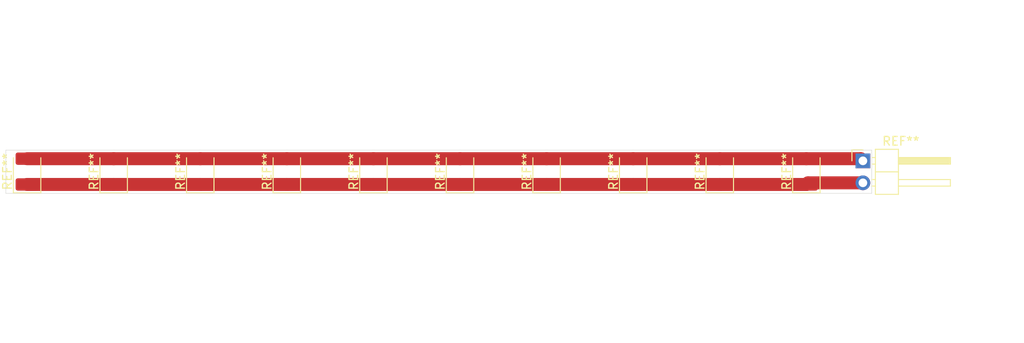
<source format=kicad_pcb>
(kicad_pcb (version 20171130) (host pcbnew 5.1.4)

  (general
    (thickness 1.6)
    (drawings 4)
    (tracks 22)
    (zones 0)
    (modules 11)
    (nets 1)
  )

  (page A4)
  (layers
    (0 F.Cu signal)
    (31 B.Cu signal)
    (32 B.Adhes user)
    (33 F.Adhes user)
    (34 B.Paste user)
    (35 F.Paste user)
    (36 B.SilkS user)
    (37 F.SilkS user)
    (38 B.Mask user)
    (39 F.Mask user)
    (40 Dwgs.User user)
    (41 Cmts.User user)
    (42 Eco1.User user)
    (43 Eco2.User user)
    (44 Edge.Cuts user)
    (45 Margin user)
    (46 B.CrtYd user)
    (47 F.CrtYd user)
    (48 B.Fab user)
    (49 F.Fab user)
  )

  (setup
    (last_trace_width 1.5)
    (trace_clearance 0.2)
    (zone_clearance 0.508)
    (zone_45_only no)
    (trace_min 0.2)
    (via_size 0.8)
    (via_drill 0.4)
    (via_min_size 0.4)
    (via_min_drill 0.3)
    (uvia_size 0.3)
    (uvia_drill 0.1)
    (uvias_allowed no)
    (uvia_min_size 0.2)
    (uvia_min_drill 0.1)
    (edge_width 0.05)
    (segment_width 0.2)
    (pcb_text_width 0.3)
    (pcb_text_size 1.5 1.5)
    (mod_edge_width 0.12)
    (mod_text_size 1 1)
    (mod_text_width 0.15)
    (pad_size 1.524 1.524)
    (pad_drill 0.762)
    (pad_to_mask_clearance 0.051)
    (solder_mask_min_width 0.25)
    (aux_axis_origin 0 0)
    (visible_elements FFFFFF7F)
    (pcbplotparams
      (layerselection 0x010fc_ffffffff)
      (usegerberextensions false)
      (usegerberattributes false)
      (usegerberadvancedattributes false)
      (creategerberjobfile false)
      (excludeedgelayer true)
      (linewidth 0.100000)
      (plotframeref false)
      (viasonmask false)
      (mode 1)
      (useauxorigin false)
      (hpglpennumber 1)
      (hpglpenspeed 20)
      (hpglpendiameter 15.000000)
      (psnegative false)
      (psa4output false)
      (plotreference true)
      (plotvalue true)
      (plotinvisibletext false)
      (padsonsilk false)
      (subtractmaskfromsilk false)
      (outputformat 1)
      (mirror false)
      (drillshape 1)
      (scaleselection 1)
      (outputdirectory ""))
  )

  (net 0 "")

  (net_class Default "This is the default net class."
    (clearance 0.2)
    (trace_width 1.5)
    (via_dia 0.8)
    (via_drill 0.4)
    (uvia_dia 0.3)
    (uvia_drill 0.1)
  )

  (module Connector_PinHeader_2.54mm:PinHeader_1x02_P2.54mm_Horizontal (layer F.Cu) (tedit 59FED5CB) (tstamp 5D575617)
    (at 140.98 29.24)
    (descr "Through hole angled pin header, 1x02, 2.54mm pitch, 6mm pin length, single row")
    (tags "Through hole angled pin header THT 1x02 2.54mm single row")
    (fp_text reference REF** (at 4.385 -2.27) (layer F.SilkS)
      (effects (font (size 1 1) (thickness 0.15)))
    )
    (fp_text value PinHeader_1x02_P2.54mm_Horizontal (at 4.385 4.81) (layer F.Fab)
      (effects (font (size 1 1) (thickness 0.15)))
    )
    (fp_text user %R (at 2.77 1.27 90) (layer F.Fab)
      (effects (font (size 1 1) (thickness 0.15)))
    )
    (fp_line (start 10.55 -1.8) (end -1.8 -1.8) (layer F.CrtYd) (width 0.05))
    (fp_line (start 10.55 4.35) (end 10.55 -1.8) (layer F.CrtYd) (width 0.05))
    (fp_line (start -1.8 4.35) (end 10.55 4.35) (layer F.CrtYd) (width 0.05))
    (fp_line (start -1.8 -1.8) (end -1.8 4.35) (layer F.CrtYd) (width 0.05))
    (fp_line (start -1.27 -1.27) (end 0 -1.27) (layer F.SilkS) (width 0.12))
    (fp_line (start -1.27 0) (end -1.27 -1.27) (layer F.SilkS) (width 0.12))
    (fp_line (start 1.042929 2.92) (end 1.44 2.92) (layer F.SilkS) (width 0.12))
    (fp_line (start 1.042929 2.16) (end 1.44 2.16) (layer F.SilkS) (width 0.12))
    (fp_line (start 10.1 2.92) (end 4.1 2.92) (layer F.SilkS) (width 0.12))
    (fp_line (start 10.1 2.16) (end 10.1 2.92) (layer F.SilkS) (width 0.12))
    (fp_line (start 4.1 2.16) (end 10.1 2.16) (layer F.SilkS) (width 0.12))
    (fp_line (start 1.44 1.27) (end 4.1 1.27) (layer F.SilkS) (width 0.12))
    (fp_line (start 1.11 0.38) (end 1.44 0.38) (layer F.SilkS) (width 0.12))
    (fp_line (start 1.11 -0.38) (end 1.44 -0.38) (layer F.SilkS) (width 0.12))
    (fp_line (start 4.1 0.28) (end 10.1 0.28) (layer F.SilkS) (width 0.12))
    (fp_line (start 4.1 0.16) (end 10.1 0.16) (layer F.SilkS) (width 0.12))
    (fp_line (start 4.1 0.04) (end 10.1 0.04) (layer F.SilkS) (width 0.12))
    (fp_line (start 4.1 -0.08) (end 10.1 -0.08) (layer F.SilkS) (width 0.12))
    (fp_line (start 4.1 -0.2) (end 10.1 -0.2) (layer F.SilkS) (width 0.12))
    (fp_line (start 4.1 -0.32) (end 10.1 -0.32) (layer F.SilkS) (width 0.12))
    (fp_line (start 10.1 0.38) (end 4.1 0.38) (layer F.SilkS) (width 0.12))
    (fp_line (start 10.1 -0.38) (end 10.1 0.38) (layer F.SilkS) (width 0.12))
    (fp_line (start 4.1 -0.38) (end 10.1 -0.38) (layer F.SilkS) (width 0.12))
    (fp_line (start 4.1 -1.33) (end 1.44 -1.33) (layer F.SilkS) (width 0.12))
    (fp_line (start 4.1 3.87) (end 4.1 -1.33) (layer F.SilkS) (width 0.12))
    (fp_line (start 1.44 3.87) (end 4.1 3.87) (layer F.SilkS) (width 0.12))
    (fp_line (start 1.44 -1.33) (end 1.44 3.87) (layer F.SilkS) (width 0.12))
    (fp_line (start 4.04 2.86) (end 10.04 2.86) (layer F.Fab) (width 0.1))
    (fp_line (start 10.04 2.22) (end 10.04 2.86) (layer F.Fab) (width 0.1))
    (fp_line (start 4.04 2.22) (end 10.04 2.22) (layer F.Fab) (width 0.1))
    (fp_line (start -0.32 2.86) (end 1.5 2.86) (layer F.Fab) (width 0.1))
    (fp_line (start -0.32 2.22) (end -0.32 2.86) (layer F.Fab) (width 0.1))
    (fp_line (start -0.32 2.22) (end 1.5 2.22) (layer F.Fab) (width 0.1))
    (fp_line (start 4.04 0.32) (end 10.04 0.32) (layer F.Fab) (width 0.1))
    (fp_line (start 10.04 -0.32) (end 10.04 0.32) (layer F.Fab) (width 0.1))
    (fp_line (start 4.04 -0.32) (end 10.04 -0.32) (layer F.Fab) (width 0.1))
    (fp_line (start -0.32 0.32) (end 1.5 0.32) (layer F.Fab) (width 0.1))
    (fp_line (start -0.32 -0.32) (end -0.32 0.32) (layer F.Fab) (width 0.1))
    (fp_line (start -0.32 -0.32) (end 1.5 -0.32) (layer F.Fab) (width 0.1))
    (fp_line (start 1.5 -0.635) (end 2.135 -1.27) (layer F.Fab) (width 0.1))
    (fp_line (start 1.5 3.81) (end 1.5 -0.635) (layer F.Fab) (width 0.1))
    (fp_line (start 4.04 3.81) (end 1.5 3.81) (layer F.Fab) (width 0.1))
    (fp_line (start 4.04 -1.27) (end 4.04 3.81) (layer F.Fab) (width 0.1))
    (fp_line (start 2.135 -1.27) (end 4.04 -1.27) (layer F.Fab) (width 0.1))
    (pad 2 thru_hole oval (at 0 2.54) (size 1.7 1.7) (drill 1) (layers *.Cu *.Mask))
    (pad 1 thru_hole rect (at 0 0) (size 1.7 1.7) (drill 1) (layers *.Cu *.Mask))
    (model ${KISYS3DMOD}/Connector_PinHeader_2.54mm.3dshapes/PinHeader_1x02_P2.54mm_Horizontal.wrl
      (at (xyz 0 0 0))
      (scale (xyz 1 1 1))
      (rotate (xyz 0 0 0))
    )
  )

  (module LED_SMD:LED_1210_3225Metric_Pad1.42x2.65mm_HandSolder (layer F.Cu) (tedit 5B4B45C9) (tstamp 5D574E6C)
    (at 134.45 30.48 90)
    (descr "LED SMD 1210 (3225 Metric), square (rectangular) end terminal, IPC_7351 nominal, (Body size source: http://www.tortai-tech.com/upload/download/2011102023233369053.pdf), generated with kicad-footprint-generator")
    (tags "LED handsolder")
    (attr smd)
    (fp_text reference REF** (at 0 -2.28 90) (layer F.SilkS)
      (effects (font (size 1 1) (thickness 0.15)))
    )
    (fp_text value LED_1210_3225Metric_Pad1.42x2.65mm_HandSolder (at 0 2.28 90) (layer F.Fab)
      (effects (font (size 1 1) (thickness 0.15)))
    )
    (fp_line (start 1.6 -1.25) (end -0.975 -1.25) (layer F.Fab) (width 0.1))
    (fp_line (start -0.975 -1.25) (end -1.6 -0.625) (layer F.Fab) (width 0.1))
    (fp_line (start -1.6 -0.625) (end -1.6 1.25) (layer F.Fab) (width 0.1))
    (fp_line (start -1.6 1.25) (end 1.6 1.25) (layer F.Fab) (width 0.1))
    (fp_line (start 1.6 1.25) (end 1.6 -1.25) (layer F.Fab) (width 0.1))
    (fp_line (start 1.6 -1.585) (end -2.46 -1.585) (layer F.SilkS) (width 0.12))
    (fp_line (start -2.46 -1.585) (end -2.46 1.585) (layer F.SilkS) (width 0.12))
    (fp_line (start -2.46 1.585) (end 1.6 1.585) (layer F.SilkS) (width 0.12))
    (fp_line (start -2.45 1.58) (end -2.45 -1.58) (layer F.CrtYd) (width 0.05))
    (fp_line (start -2.45 -1.58) (end 2.45 -1.58) (layer F.CrtYd) (width 0.05))
    (fp_line (start 2.45 -1.58) (end 2.45 1.58) (layer F.CrtYd) (width 0.05))
    (fp_line (start 2.45 1.58) (end -2.45 1.58) (layer F.CrtYd) (width 0.05))
    (fp_text user %R (at 0 0) (layer F.Fab)
      (effects (font (size 0.8 0.8) (thickness 0.12)))
    )
    (pad 1 smd roundrect (at -1.4875 0 90) (size 1.425 2.65) (layers F.Cu F.Paste F.Mask) (roundrect_rratio 0.175439))
    (pad 2 smd roundrect (at 1.4875 0 90) (size 1.425 2.65) (layers F.Cu F.Paste F.Mask) (roundrect_rratio 0.175439))
    (model ${KISYS3DMOD}/LED_SMD.3dshapes/LED_1210_3225Metric.wrl
      (at (xyz 0 0 0))
      (scale (xyz 1 1 1))
      (rotate (xyz 0 0 0))
    )
  )

  (module LED_SMD:LED_1210_3225Metric_Pad1.42x2.65mm_HandSolder (layer F.Cu) (tedit 5B4B45C9) (tstamp 5D574E48)
    (at 124.45 30.48 90)
    (descr "LED SMD 1210 (3225 Metric), square (rectangular) end terminal, IPC_7351 nominal, (Body size source: http://www.tortai-tech.com/upload/download/2011102023233369053.pdf), generated with kicad-footprint-generator")
    (tags "LED handsolder")
    (attr smd)
    (fp_text reference REF** (at 0 -2.28 90) (layer F.SilkS)
      (effects (font (size 1 1) (thickness 0.15)))
    )
    (fp_text value LED_1210_3225Metric_Pad1.42x2.65mm_HandSolder (at 0 2.28 90) (layer F.Fab)
      (effects (font (size 1 1) (thickness 0.15)))
    )
    (fp_line (start 1.6 -1.25) (end -0.975 -1.25) (layer F.Fab) (width 0.1))
    (fp_line (start -0.975 -1.25) (end -1.6 -0.625) (layer F.Fab) (width 0.1))
    (fp_line (start -1.6 -0.625) (end -1.6 1.25) (layer F.Fab) (width 0.1))
    (fp_line (start -1.6 1.25) (end 1.6 1.25) (layer F.Fab) (width 0.1))
    (fp_line (start 1.6 1.25) (end 1.6 -1.25) (layer F.Fab) (width 0.1))
    (fp_line (start 1.6 -1.585) (end -2.46 -1.585) (layer F.SilkS) (width 0.12))
    (fp_line (start -2.46 -1.585) (end -2.46 1.585) (layer F.SilkS) (width 0.12))
    (fp_line (start -2.46 1.585) (end 1.6 1.585) (layer F.SilkS) (width 0.12))
    (fp_line (start -2.45 1.58) (end -2.45 -1.58) (layer F.CrtYd) (width 0.05))
    (fp_line (start -2.45 -1.58) (end 2.45 -1.58) (layer F.CrtYd) (width 0.05))
    (fp_line (start 2.45 -1.58) (end 2.45 1.58) (layer F.CrtYd) (width 0.05))
    (fp_line (start 2.45 1.58) (end -2.45 1.58) (layer F.CrtYd) (width 0.05))
    (fp_text user %R (at 0 0) (layer F.Fab)
      (effects (font (size 0.8 0.8) (thickness 0.12)))
    )
    (pad 1 smd roundrect (at -1.4875 0 90) (size 1.425 2.65) (layers F.Cu F.Paste F.Mask) (roundrect_rratio 0.175439))
    (pad 2 smd roundrect (at 1.4875 0 90) (size 1.425 2.65) (layers F.Cu F.Paste F.Mask) (roundrect_rratio 0.175439))
    (model ${KISYS3DMOD}/LED_SMD.3dshapes/LED_1210_3225Metric.wrl
      (at (xyz 0 0 0))
      (scale (xyz 1 1 1))
      (rotate (xyz 0 0 0))
    )
  )

  (module LED_SMD:LED_1210_3225Metric_Pad1.42x2.65mm_HandSolder (layer F.Cu) (tedit 5B4B45C9) (tstamp 5D574E24)
    (at 114.45 30.48 90)
    (descr "LED SMD 1210 (3225 Metric), square (rectangular) end terminal, IPC_7351 nominal, (Body size source: http://www.tortai-tech.com/upload/download/2011102023233369053.pdf), generated with kicad-footprint-generator")
    (tags "LED handsolder")
    (attr smd)
    (fp_text reference REF** (at 0 -2.28 90) (layer F.SilkS)
      (effects (font (size 1 1) (thickness 0.15)))
    )
    (fp_text value LED_1210_3225Metric_Pad1.42x2.65mm_HandSolder (at 0 2.28 90) (layer F.Fab)
      (effects (font (size 1 1) (thickness 0.15)))
    )
    (fp_line (start 1.6 -1.25) (end -0.975 -1.25) (layer F.Fab) (width 0.1))
    (fp_line (start -0.975 -1.25) (end -1.6 -0.625) (layer F.Fab) (width 0.1))
    (fp_line (start -1.6 -0.625) (end -1.6 1.25) (layer F.Fab) (width 0.1))
    (fp_line (start -1.6 1.25) (end 1.6 1.25) (layer F.Fab) (width 0.1))
    (fp_line (start 1.6 1.25) (end 1.6 -1.25) (layer F.Fab) (width 0.1))
    (fp_line (start 1.6 -1.585) (end -2.46 -1.585) (layer F.SilkS) (width 0.12))
    (fp_line (start -2.46 -1.585) (end -2.46 1.585) (layer F.SilkS) (width 0.12))
    (fp_line (start -2.46 1.585) (end 1.6 1.585) (layer F.SilkS) (width 0.12))
    (fp_line (start -2.45 1.58) (end -2.45 -1.58) (layer F.CrtYd) (width 0.05))
    (fp_line (start -2.45 -1.58) (end 2.45 -1.58) (layer F.CrtYd) (width 0.05))
    (fp_line (start 2.45 -1.58) (end 2.45 1.58) (layer F.CrtYd) (width 0.05))
    (fp_line (start 2.45 1.58) (end -2.45 1.58) (layer F.CrtYd) (width 0.05))
    (fp_text user %R (at 0 0) (layer F.Fab)
      (effects (font (size 0.8 0.8) (thickness 0.12)))
    )
    (pad 1 smd roundrect (at -1.4875 0 90) (size 1.425 2.65) (layers F.Cu F.Paste F.Mask) (roundrect_rratio 0.175439))
    (pad 2 smd roundrect (at 1.4875 0 90) (size 1.425 2.65) (layers F.Cu F.Paste F.Mask) (roundrect_rratio 0.175439))
    (model ${KISYS3DMOD}/LED_SMD.3dshapes/LED_1210_3225Metric.wrl
      (at (xyz 0 0 0))
      (scale (xyz 1 1 1))
      (rotate (xyz 0 0 0))
    )
  )

  (module LED_SMD:LED_1210_3225Metric_Pad1.42x2.65mm_HandSolder (layer F.Cu) (tedit 5B4B45C9) (tstamp 5D574E00)
    (at 104.45 30.48 90)
    (descr "LED SMD 1210 (3225 Metric), square (rectangular) end terminal, IPC_7351 nominal, (Body size source: http://www.tortai-tech.com/upload/download/2011102023233369053.pdf), generated with kicad-footprint-generator")
    (tags "LED handsolder")
    (attr smd)
    (fp_text reference REF** (at 0 -2.28 90) (layer F.SilkS)
      (effects (font (size 1 1) (thickness 0.15)))
    )
    (fp_text value LED_1210_3225Metric_Pad1.42x2.65mm_HandSolder (at 0 2.28 90) (layer F.Fab)
      (effects (font (size 1 1) (thickness 0.15)))
    )
    (fp_line (start 1.6 -1.25) (end -0.975 -1.25) (layer F.Fab) (width 0.1))
    (fp_line (start -0.975 -1.25) (end -1.6 -0.625) (layer F.Fab) (width 0.1))
    (fp_line (start -1.6 -0.625) (end -1.6 1.25) (layer F.Fab) (width 0.1))
    (fp_line (start -1.6 1.25) (end 1.6 1.25) (layer F.Fab) (width 0.1))
    (fp_line (start 1.6 1.25) (end 1.6 -1.25) (layer F.Fab) (width 0.1))
    (fp_line (start 1.6 -1.585) (end -2.46 -1.585) (layer F.SilkS) (width 0.12))
    (fp_line (start -2.46 -1.585) (end -2.46 1.585) (layer F.SilkS) (width 0.12))
    (fp_line (start -2.46 1.585) (end 1.6 1.585) (layer F.SilkS) (width 0.12))
    (fp_line (start -2.45 1.58) (end -2.45 -1.58) (layer F.CrtYd) (width 0.05))
    (fp_line (start -2.45 -1.58) (end 2.45 -1.58) (layer F.CrtYd) (width 0.05))
    (fp_line (start 2.45 -1.58) (end 2.45 1.58) (layer F.CrtYd) (width 0.05))
    (fp_line (start 2.45 1.58) (end -2.45 1.58) (layer F.CrtYd) (width 0.05))
    (fp_text user %R (at 0 0) (layer F.Fab)
      (effects (font (size 0.8 0.8) (thickness 0.12)))
    )
    (pad 1 smd roundrect (at -1.4875 0 90) (size 1.425 2.65) (layers F.Cu F.Paste F.Mask) (roundrect_rratio 0.175439))
    (pad 2 smd roundrect (at 1.4875 0 90) (size 1.425 2.65) (layers F.Cu F.Paste F.Mask) (roundrect_rratio 0.175439))
    (model ${KISYS3DMOD}/LED_SMD.3dshapes/LED_1210_3225Metric.wrl
      (at (xyz 0 0 0))
      (scale (xyz 1 1 1))
      (rotate (xyz 0 0 0))
    )
  )

  (module LED_SMD:LED_1210_3225Metric_Pad1.42x2.65mm_HandSolder (layer F.Cu) (tedit 5B4B45C9) (tstamp 5D574DDC)
    (at 94.45 30.48 90)
    (descr "LED SMD 1210 (3225 Metric), square (rectangular) end terminal, IPC_7351 nominal, (Body size source: http://www.tortai-tech.com/upload/download/2011102023233369053.pdf), generated with kicad-footprint-generator")
    (tags "LED handsolder")
    (attr smd)
    (fp_text reference REF** (at 0 -2.28 90) (layer F.SilkS)
      (effects (font (size 1 1) (thickness 0.15)))
    )
    (fp_text value LED_1210_3225Metric_Pad1.42x2.65mm_HandSolder (at 0 2.28 90) (layer F.Fab)
      (effects (font (size 1 1) (thickness 0.15)))
    )
    (fp_line (start 1.6 -1.25) (end -0.975 -1.25) (layer F.Fab) (width 0.1))
    (fp_line (start -0.975 -1.25) (end -1.6 -0.625) (layer F.Fab) (width 0.1))
    (fp_line (start -1.6 -0.625) (end -1.6 1.25) (layer F.Fab) (width 0.1))
    (fp_line (start -1.6 1.25) (end 1.6 1.25) (layer F.Fab) (width 0.1))
    (fp_line (start 1.6 1.25) (end 1.6 -1.25) (layer F.Fab) (width 0.1))
    (fp_line (start 1.6 -1.585) (end -2.46 -1.585) (layer F.SilkS) (width 0.12))
    (fp_line (start -2.46 -1.585) (end -2.46 1.585) (layer F.SilkS) (width 0.12))
    (fp_line (start -2.46 1.585) (end 1.6 1.585) (layer F.SilkS) (width 0.12))
    (fp_line (start -2.45 1.58) (end -2.45 -1.58) (layer F.CrtYd) (width 0.05))
    (fp_line (start -2.45 -1.58) (end 2.45 -1.58) (layer F.CrtYd) (width 0.05))
    (fp_line (start 2.45 -1.58) (end 2.45 1.58) (layer F.CrtYd) (width 0.05))
    (fp_line (start 2.45 1.58) (end -2.45 1.58) (layer F.CrtYd) (width 0.05))
    (fp_text user %R (at 0 0) (layer F.Fab)
      (effects (font (size 0.8 0.8) (thickness 0.12)))
    )
    (pad 1 smd roundrect (at -1.4875 0 90) (size 1.425 2.65) (layers F.Cu F.Paste F.Mask) (roundrect_rratio 0.175439))
    (pad 2 smd roundrect (at 1.4875 0 90) (size 1.425 2.65) (layers F.Cu F.Paste F.Mask) (roundrect_rratio 0.175439))
    (model ${KISYS3DMOD}/LED_SMD.3dshapes/LED_1210_3225Metric.wrl
      (at (xyz 0 0 0))
      (scale (xyz 1 1 1))
      (rotate (xyz 0 0 0))
    )
  )

  (module LED_SMD:LED_1210_3225Metric_Pad1.42x2.65mm_HandSolder (layer F.Cu) (tedit 5B4B45C9) (tstamp 5D574DB8)
    (at 84.45 30.48 90)
    (descr "LED SMD 1210 (3225 Metric), square (rectangular) end terminal, IPC_7351 nominal, (Body size source: http://www.tortai-tech.com/upload/download/2011102023233369053.pdf), generated with kicad-footprint-generator")
    (tags "LED handsolder")
    (attr smd)
    (fp_text reference REF** (at 0 -2.28 90) (layer F.SilkS)
      (effects (font (size 1 1) (thickness 0.15)))
    )
    (fp_text value LED_1210_3225Metric_Pad1.42x2.65mm_HandSolder (at 0 2.28 90) (layer F.Fab)
      (effects (font (size 1 1) (thickness 0.15)))
    )
    (fp_line (start 1.6 -1.25) (end -0.975 -1.25) (layer F.Fab) (width 0.1))
    (fp_line (start -0.975 -1.25) (end -1.6 -0.625) (layer F.Fab) (width 0.1))
    (fp_line (start -1.6 -0.625) (end -1.6 1.25) (layer F.Fab) (width 0.1))
    (fp_line (start -1.6 1.25) (end 1.6 1.25) (layer F.Fab) (width 0.1))
    (fp_line (start 1.6 1.25) (end 1.6 -1.25) (layer F.Fab) (width 0.1))
    (fp_line (start 1.6 -1.585) (end -2.46 -1.585) (layer F.SilkS) (width 0.12))
    (fp_line (start -2.46 -1.585) (end -2.46 1.585) (layer F.SilkS) (width 0.12))
    (fp_line (start -2.46 1.585) (end 1.6 1.585) (layer F.SilkS) (width 0.12))
    (fp_line (start -2.45 1.58) (end -2.45 -1.58) (layer F.CrtYd) (width 0.05))
    (fp_line (start -2.45 -1.58) (end 2.45 -1.58) (layer F.CrtYd) (width 0.05))
    (fp_line (start 2.45 -1.58) (end 2.45 1.58) (layer F.CrtYd) (width 0.05))
    (fp_line (start 2.45 1.58) (end -2.45 1.58) (layer F.CrtYd) (width 0.05))
    (fp_text user %R (at 0 0) (layer F.Fab)
      (effects (font (size 0.8 0.8) (thickness 0.12)))
    )
    (pad 1 smd roundrect (at -1.4875 0 90) (size 1.425 2.65) (layers F.Cu F.Paste F.Mask) (roundrect_rratio 0.175439))
    (pad 2 smd roundrect (at 1.4875 0 90) (size 1.425 2.65) (layers F.Cu F.Paste F.Mask) (roundrect_rratio 0.175439))
    (model ${KISYS3DMOD}/LED_SMD.3dshapes/LED_1210_3225Metric.wrl
      (at (xyz 0 0 0))
      (scale (xyz 1 1 1))
      (rotate (xyz 0 0 0))
    )
  )

  (module LED_SMD:LED_1210_3225Metric_Pad1.42x2.65mm_HandSolder (layer F.Cu) (tedit 5B4B45C9) (tstamp 5D574D94)
    (at 74.45 30.48 90)
    (descr "LED SMD 1210 (3225 Metric), square (rectangular) end terminal, IPC_7351 nominal, (Body size source: http://www.tortai-tech.com/upload/download/2011102023233369053.pdf), generated with kicad-footprint-generator")
    (tags "LED handsolder")
    (attr smd)
    (fp_text reference REF** (at 0 -2.28 90) (layer F.SilkS)
      (effects (font (size 1 1) (thickness 0.15)))
    )
    (fp_text value LED_1210_3225Metric_Pad1.42x2.65mm_HandSolder (at 0 2.28 90) (layer F.Fab)
      (effects (font (size 1 1) (thickness 0.15)))
    )
    (fp_line (start 1.6 -1.25) (end -0.975 -1.25) (layer F.Fab) (width 0.1))
    (fp_line (start -0.975 -1.25) (end -1.6 -0.625) (layer F.Fab) (width 0.1))
    (fp_line (start -1.6 -0.625) (end -1.6 1.25) (layer F.Fab) (width 0.1))
    (fp_line (start -1.6 1.25) (end 1.6 1.25) (layer F.Fab) (width 0.1))
    (fp_line (start 1.6 1.25) (end 1.6 -1.25) (layer F.Fab) (width 0.1))
    (fp_line (start 1.6 -1.585) (end -2.46 -1.585) (layer F.SilkS) (width 0.12))
    (fp_line (start -2.46 -1.585) (end -2.46 1.585) (layer F.SilkS) (width 0.12))
    (fp_line (start -2.46 1.585) (end 1.6 1.585) (layer F.SilkS) (width 0.12))
    (fp_line (start -2.45 1.58) (end -2.45 -1.58) (layer F.CrtYd) (width 0.05))
    (fp_line (start -2.45 -1.58) (end 2.45 -1.58) (layer F.CrtYd) (width 0.05))
    (fp_line (start 2.45 -1.58) (end 2.45 1.58) (layer F.CrtYd) (width 0.05))
    (fp_line (start 2.45 1.58) (end -2.45 1.58) (layer F.CrtYd) (width 0.05))
    (fp_text user %R (at 0 0) (layer F.Fab)
      (effects (font (size 0.8 0.8) (thickness 0.12)))
    )
    (pad 1 smd roundrect (at -1.4875 0 90) (size 1.425 2.65) (layers F.Cu F.Paste F.Mask) (roundrect_rratio 0.175439))
    (pad 2 smd roundrect (at 1.4875 0 90) (size 1.425 2.65) (layers F.Cu F.Paste F.Mask) (roundrect_rratio 0.175439))
    (model ${KISYS3DMOD}/LED_SMD.3dshapes/LED_1210_3225Metric.wrl
      (at (xyz 0 0 0))
      (scale (xyz 1 1 1))
      (rotate (xyz 0 0 0))
    )
  )

  (module LED_SMD:LED_1210_3225Metric_Pad1.42x2.65mm_HandSolder (layer F.Cu) (tedit 5B4B45C9) (tstamp 5D574D70)
    (at 64.45 30.48 90)
    (descr "LED SMD 1210 (3225 Metric), square (rectangular) end terminal, IPC_7351 nominal, (Body size source: http://www.tortai-tech.com/upload/download/2011102023233369053.pdf), generated with kicad-footprint-generator")
    (tags "LED handsolder")
    (attr smd)
    (fp_text reference REF** (at 0 -2.28 90) (layer F.SilkS)
      (effects (font (size 1 1) (thickness 0.15)))
    )
    (fp_text value LED_1210_3225Metric_Pad1.42x2.65mm_HandSolder (at 0 2.28 90) (layer F.Fab)
      (effects (font (size 1 1) (thickness 0.15)))
    )
    (fp_line (start 1.6 -1.25) (end -0.975 -1.25) (layer F.Fab) (width 0.1))
    (fp_line (start -0.975 -1.25) (end -1.6 -0.625) (layer F.Fab) (width 0.1))
    (fp_line (start -1.6 -0.625) (end -1.6 1.25) (layer F.Fab) (width 0.1))
    (fp_line (start -1.6 1.25) (end 1.6 1.25) (layer F.Fab) (width 0.1))
    (fp_line (start 1.6 1.25) (end 1.6 -1.25) (layer F.Fab) (width 0.1))
    (fp_line (start 1.6 -1.585) (end -2.46 -1.585) (layer F.SilkS) (width 0.12))
    (fp_line (start -2.46 -1.585) (end -2.46 1.585) (layer F.SilkS) (width 0.12))
    (fp_line (start -2.46 1.585) (end 1.6 1.585) (layer F.SilkS) (width 0.12))
    (fp_line (start -2.45 1.58) (end -2.45 -1.58) (layer F.CrtYd) (width 0.05))
    (fp_line (start -2.45 -1.58) (end 2.45 -1.58) (layer F.CrtYd) (width 0.05))
    (fp_line (start 2.45 -1.58) (end 2.45 1.58) (layer F.CrtYd) (width 0.05))
    (fp_line (start 2.45 1.58) (end -2.45 1.58) (layer F.CrtYd) (width 0.05))
    (fp_text user %R (at 0 0) (layer F.Fab)
      (effects (font (size 0.8 0.8) (thickness 0.12)))
    )
    (pad 1 smd roundrect (at -1.4875 0 90) (size 1.425 2.65) (layers F.Cu F.Paste F.Mask) (roundrect_rratio 0.175439))
    (pad 2 smd roundrect (at 1.4875 0 90) (size 1.425 2.65) (layers F.Cu F.Paste F.Mask) (roundrect_rratio 0.175439))
    (model ${KISYS3DMOD}/LED_SMD.3dshapes/LED_1210_3225Metric.wrl
      (at (xyz 0 0 0))
      (scale (xyz 1 1 1))
      (rotate (xyz 0 0 0))
    )
  )

  (module LED_SMD:LED_1210_3225Metric_Pad1.42x2.65mm_HandSolder (layer F.Cu) (tedit 5B4B45C9) (tstamp 5D574D4C)
    (at 54.45 30.48 90)
    (descr "LED SMD 1210 (3225 Metric), square (rectangular) end terminal, IPC_7351 nominal, (Body size source: http://www.tortai-tech.com/upload/download/2011102023233369053.pdf), generated with kicad-footprint-generator")
    (tags "LED handsolder")
    (attr smd)
    (fp_text reference REF** (at 0 -2.28 90) (layer F.SilkS)
      (effects (font (size 1 1) (thickness 0.15)))
    )
    (fp_text value LED_1210_3225Metric_Pad1.42x2.65mm_HandSolder (at 0 2.28 90) (layer F.Fab)
      (effects (font (size 1 1) (thickness 0.15)))
    )
    (fp_line (start 1.6 -1.25) (end -0.975 -1.25) (layer F.Fab) (width 0.1))
    (fp_line (start -0.975 -1.25) (end -1.6 -0.625) (layer F.Fab) (width 0.1))
    (fp_line (start -1.6 -0.625) (end -1.6 1.25) (layer F.Fab) (width 0.1))
    (fp_line (start -1.6 1.25) (end 1.6 1.25) (layer F.Fab) (width 0.1))
    (fp_line (start 1.6 1.25) (end 1.6 -1.25) (layer F.Fab) (width 0.1))
    (fp_line (start 1.6 -1.585) (end -2.46 -1.585) (layer F.SilkS) (width 0.12))
    (fp_line (start -2.46 -1.585) (end -2.46 1.585) (layer F.SilkS) (width 0.12))
    (fp_line (start -2.46 1.585) (end 1.6 1.585) (layer F.SilkS) (width 0.12))
    (fp_line (start -2.45 1.58) (end -2.45 -1.58) (layer F.CrtYd) (width 0.05))
    (fp_line (start -2.45 -1.58) (end 2.45 -1.58) (layer F.CrtYd) (width 0.05))
    (fp_line (start 2.45 -1.58) (end 2.45 1.58) (layer F.CrtYd) (width 0.05))
    (fp_line (start 2.45 1.58) (end -2.45 1.58) (layer F.CrtYd) (width 0.05))
    (fp_text user %R (at 0 0) (layer F.Fab)
      (effects (font (size 0.8 0.8) (thickness 0.12)))
    )
    (pad 1 smd roundrect (at -1.4875 0 90) (size 1.425 2.65) (layers F.Cu F.Paste F.Mask) (roundrect_rratio 0.175439))
    (pad 2 smd roundrect (at 1.4875 0 90) (size 1.425 2.65) (layers F.Cu F.Paste F.Mask) (roundrect_rratio 0.175439))
    (model ${KISYS3DMOD}/LED_SMD.3dshapes/LED_1210_3225Metric.wrl
      (at (xyz 0 0 0))
      (scale (xyz 1 1 1))
      (rotate (xyz 0 0 0))
    )
  )

  (module LED_SMD:LED_1210_3225Metric_Pad1.42x2.65mm_HandSolder (layer F.Cu) (tedit 5B4B45C9) (tstamp 5D574CE8)
    (at 44.45 30.48 90)
    (descr "LED SMD 1210 (3225 Metric), square (rectangular) end terminal, IPC_7351 nominal, (Body size source: http://www.tortai-tech.com/upload/download/2011102023233369053.pdf), generated with kicad-footprint-generator")
    (tags "LED handsolder")
    (attr smd)
    (fp_text reference REF** (at 0 -2.28 90) (layer F.SilkS)
      (effects (font (size 1 1) (thickness 0.15)))
    )
    (fp_text value LED_1210_3225Metric_Pad1.42x2.65mm_HandSolder (at 0 2.28 90) (layer F.Fab)
      (effects (font (size 1 1) (thickness 0.15)))
    )
    (fp_text user %R (at 0 0) (layer F.Fab)
      (effects (font (size 0.8 0.8) (thickness 0.12)))
    )
    (fp_line (start 2.45 1.58) (end -2.45 1.58) (layer F.CrtYd) (width 0.05))
    (fp_line (start 2.45 -1.58) (end 2.45 1.58) (layer F.CrtYd) (width 0.05))
    (fp_line (start -2.45 -1.58) (end 2.45 -1.58) (layer F.CrtYd) (width 0.05))
    (fp_line (start -2.45 1.58) (end -2.45 -1.58) (layer F.CrtYd) (width 0.05))
    (fp_line (start -2.46 1.585) (end 1.6 1.585) (layer F.SilkS) (width 0.12))
    (fp_line (start -2.46 -1.585) (end -2.46 1.585) (layer F.SilkS) (width 0.12))
    (fp_line (start 1.6 -1.585) (end -2.46 -1.585) (layer F.SilkS) (width 0.12))
    (fp_line (start 1.6 1.25) (end 1.6 -1.25) (layer F.Fab) (width 0.1))
    (fp_line (start -1.6 1.25) (end 1.6 1.25) (layer F.Fab) (width 0.1))
    (fp_line (start -1.6 -0.625) (end -1.6 1.25) (layer F.Fab) (width 0.1))
    (fp_line (start -0.975 -1.25) (end -1.6 -0.625) (layer F.Fab) (width 0.1))
    (fp_line (start 1.6 -1.25) (end -0.975 -1.25) (layer F.Fab) (width 0.1))
    (pad 2 smd roundrect (at 1.4875 0 90) (size 1.425 2.65) (layers F.Cu F.Paste F.Mask) (roundrect_rratio 0.175439))
    (pad 1 smd roundrect (at -1.4875 0 90) (size 1.425 2.65) (layers F.Cu F.Paste F.Mask) (roundrect_rratio 0.175439))
    (model ${KISYS3DMOD}/LED_SMD.3dshapes/LED_1210_3225Metric.wrl
      (at (xyz 0 0 0))
      (scale (xyz 1 1 1))
      (rotate (xyz 0 0 0))
    )
  )

  (gr_line (start 142 28) (end 42 28) (layer Edge.Cuts) (width 0.05) (tstamp 5D574E91))
  (gr_line (start 142 33) (end 142 28) (layer Edge.Cuts) (width 0.05))
  (gr_line (start 42 33) (end 142 33) (layer Edge.Cuts) (width 0.05))
  (gr_line (start 42 28) (end 42 33) (layer Edge.Cuts) (width 0.05))

  (segment (start 44.45 28.9925) (end 54.45 28.9925) (width 1.5) (layer F.Cu) (net 0))
  (segment (start 54.45 28.9925) (end 64.45 28.9925) (width 1.5) (layer F.Cu) (net 0))
  (segment (start 64.45 28.9925) (end 74.45 28.9925) (width 1.5) (layer F.Cu) (net 0))
  (segment (start 74.45 28.9925) (end 84.45 28.9925) (width 1.5) (layer F.Cu) (net 0))
  (segment (start 84.45 28.9925) (end 94.45 28.9925) (width 1.5) (layer F.Cu) (net 0))
  (segment (start 94.45 28.9925) (end 104.45 28.9925) (width 1.5) (layer F.Cu) (net 0))
  (segment (start 104.45 28.9925) (end 114.45 28.9925) (width 1.5) (layer F.Cu) (net 0))
  (segment (start 114.45 28.9925) (end 124.45 28.9925) (width 1.5) (layer F.Cu) (net 0))
  (segment (start 124.45 28.9925) (end 134.45 28.9925) (width 1.5) (layer F.Cu) (net 0))
  (segment (start 140.7325 28.9925) (end 140.98 29.24) (width 1.5) (layer F.Cu) (net 0))
  (segment (start 134.45 28.9925) (end 140.7325 28.9925) (width 1.5) (layer F.Cu) (net 0))
  (segment (start 134.6375 31.78) (end 134.45 31.9675) (width 1.5) (layer F.Cu) (net 0))
  (segment (start 140.98 31.78) (end 134.6375 31.78) (width 1.5) (layer F.Cu) (net 0))
  (segment (start 134.45 31.9675) (end 124.45 31.9675) (width 1.5) (layer F.Cu) (net 0))
  (segment (start 124.45 31.9675) (end 114.45 31.9675) (width 1.5) (layer F.Cu) (net 0))
  (segment (start 114.45 31.9675) (end 104.45 31.9675) (width 1.5) (layer F.Cu) (net 0))
  (segment (start 104.45 31.9675) (end 94.45 31.9675) (width 1.5) (layer F.Cu) (net 0))
  (segment (start 94.45 31.9675) (end 84.45 31.9675) (width 1.5) (layer F.Cu) (net 0))
  (segment (start 84.45 31.9675) (end 74.45 31.9675) (width 1.5) (layer F.Cu) (net 0))
  (segment (start 74.45 31.9675) (end 64.45 31.9675) (width 1.5) (layer F.Cu) (net 0))
  (segment (start 64.45 31.9675) (end 54.45 31.9675) (width 1.5) (layer F.Cu) (net 0))
  (segment (start 54.45 31.9675) (end 44.45 31.9675) (width 1.5) (layer F.Cu) (net 0))

)

</source>
